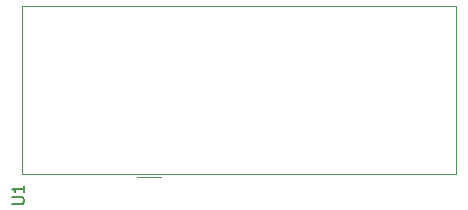
<source format=gbr>
G04 #@! TF.GenerationSoftware,KiCad,Pcbnew,5.1.5+dfsg1-2build2*
G04 #@! TF.CreationDate,2021-11-16T17:13:54-05:00*
G04 #@! TF.ProjectId,036INCH_5DIGIT,30333649-4e43-4485-9f35-44494749542e,rev?*
G04 #@! TF.SameCoordinates,Original*
G04 #@! TF.FileFunction,Legend,Top*
G04 #@! TF.FilePolarity,Positive*
%FSLAX46Y46*%
G04 Gerber Fmt 4.6, Leading zero omitted, Abs format (unit mm)*
G04 Created by KiCad (PCBNEW 5.1.5+dfsg1-2build2) date 2021-11-16 17:13:54*
%MOMM*%
%LPD*%
G04 APERTURE LIST*
%ADD10C,0.120000*%
%ADD11C,0.150000*%
G04 APERTURE END LIST*
D10*
X113300000Y-118228300D02*
X115300000Y-118228300D01*
X140290000Y-103738300D02*
X103550000Y-103738300D01*
X140290000Y-117978300D02*
X140290000Y-103738300D01*
X103550000Y-117978300D02*
X140290000Y-117978300D01*
X103550000Y-117978300D02*
X103550000Y-103738300D01*
D11*
X102690680Y-120535604D02*
X103500204Y-120535604D01*
X103595442Y-120487985D01*
X103643061Y-120440366D01*
X103690680Y-120345128D01*
X103690680Y-120154652D01*
X103643061Y-120059414D01*
X103595442Y-120011795D01*
X103500204Y-119964176D01*
X102690680Y-119964176D01*
X103690680Y-118964176D02*
X103690680Y-119535604D01*
X103690680Y-119249890D02*
X102690680Y-119249890D01*
X102833538Y-119345128D01*
X102928776Y-119440366D01*
X102976395Y-119535604D01*
M02*

</source>
